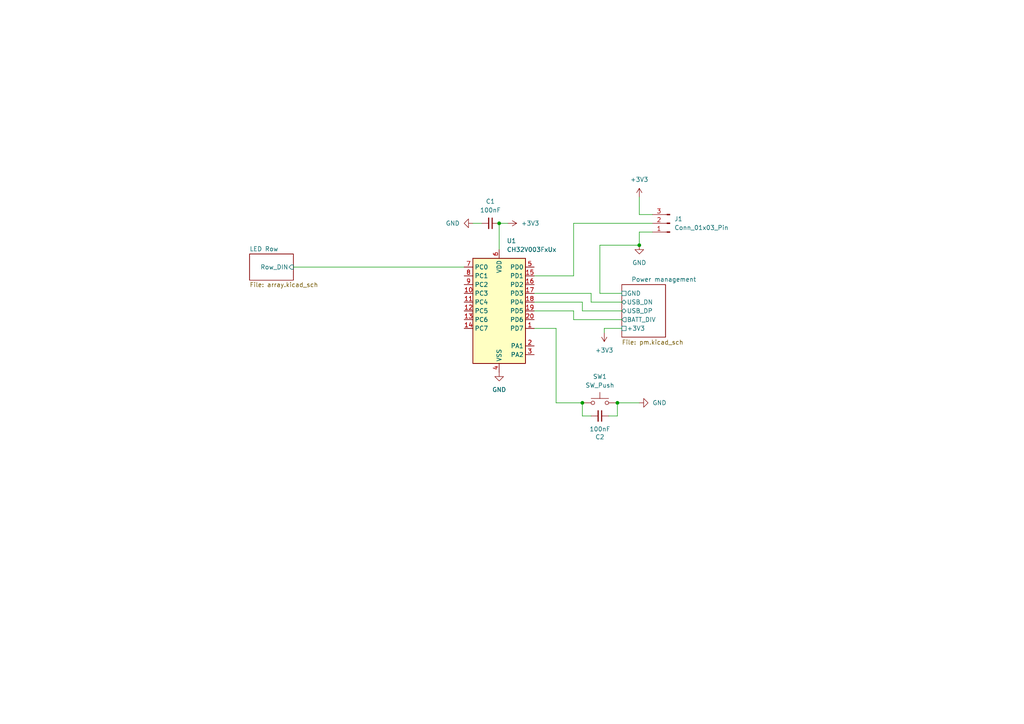
<source format=kicad_sch>
(kicad_sch (version 20231120) (generator "eeschema") (generator_version "8.0")
  (paper "A4")
  (lib_symbols
    (symbol "Connector:Conn_01x03_Pin" (pin_names (offset 1.016) hide)
      (property "Reference" "J" (at 0 5.08 0))
      (property "Value" "Conn_01x03_Pin" (at 0 -5.08 0))
      (symbol "Conn_01x03_Pin_1_1"
        (polyline (pts (xy 1.27 -2.54) (xy 0.8636 -2.54)) (stroke (width 0.1524)))
        (polyline (pts (xy 1.27 0) (xy 0.8636 0)) (stroke (width 0.1524)))
        (polyline (pts (xy 1.27 2.54) (xy 0.8636 2.54)) (stroke (width 0.1524)))
        (rectangle (start 0.8636 -2.413) (end 0 -2.667) (stroke (width 0.1524)) (fill (type outline)))
        (rectangle (start 0.8636 0.127) (end 0 -0.127) (stroke (width 0.1524)) (fill (type outline)))
        (rectangle (start 0.8636 2.667) (end 0 2.413) (stroke (width 0.1524)) (fill (type outline)))
        (pin passive line (at 5.08 2.54 180) (length 3.81) (name "Pin_1") (number "1"))
        (pin passive line (at 5.08 0 180) (length 3.81) (name "Pin_2") (number "2"))
        (pin passive line (at 5.08 -2.54 180) (length 3.81) (name "Pin_3") (number "3"))
      )
    )
    (symbol "Device:C_Small" (pin_numbers hide) (pin_names (offset 0.254) hide)
      (property "Reference" "C" (at 0.254 1.778 0))
      (property "Value" "C_Small" (at 0.254 -2.032 0))
      (symbol "C_Small_0_1"
        (polyline (pts (xy -1.524 -0.508) (xy 1.524 -0.508)) (stroke (width 0.3302)))
        (polyline (pts (xy -1.524 0.508) (xy 1.524 0.508)) (stroke (width 0.3048)))
      )
      (symbol "C_Small_1_1"
        (pin passive line (at 0 2.54 270) (length 2.032) (name "~") (number "1"))
        (pin passive line (at 0 -2.54 90) (length 2.032) (name "~") (number "2"))
      )
    )
    (symbol "MCU_WCH_CH32V0:CH32V003FxUx"
      (property "Reference" "U" (at -7.62 17.78 0))
      (property "Value" "CH32V003FxUx" (at 7.62 17.78 0))
      (symbol "CH32V003FxUx_1_1"
        (rectangle (start -7.62 15.24) (end 7.62 -15.24) (stroke (width 0.254)) (fill (type background)))
        (pin bidirectional line (at 10.16 -5.08 180) (length 2.54) (name "PD7") (number "1"))
        (pin bidirectional line (at -10.16 5.08 0) (length 2.54) (name "PC3") (number "10"))
        (pin bidirectional line (at -10.16 2.54 0) (length 2.54) (name "PC4") (number "11"))
        (pin bidirectional line (at -10.16 0 0) (length 2.54) (name "PC5") (number "12"))
        (pin bidirectional line (at -10.16 -2.54 0) (length 2.54) (name "PC6") (number "13"))
        (pin bidirectional line (at -10.16 -5.08 0) (length 2.54) (name "PC7") (number "14"))
        (pin bidirectional line (at 10.16 10.16 180) (length 2.54) (name "PD1") (number "15"))
        (pin bidirectional line (at 10.16 7.62 180) (length 2.54) (name "PD2") (number "16"))
        (pin bidirectional line (at 10.16 5.08 180) (length 2.54) (name "PD3") (number "17"))
        (pin bidirectional line (at 10.16 2.54 180) (length 2.54) (name "PD4") (number "18"))
        (pin bidirectional line (at 10.16 0 180) (length 2.54) (name "PD5") (number "19"))
        (pin bidirectional line (at 10.16 -10.16 180) (length 2.54) (name "PA1") (number "2"))
        (pin bidirectional line (at 10.16 -2.54 180) (length 2.54) (name "PD6") (number "20"))
        (pin passive line (at 0 -17.78 90) (length 2.54) hide (name "VSS") (number "21"))
        (pin bidirectional line (at 10.16 -12.7 180) (length 2.54) (name "PA2") (number "3"))
        (pin power_in line (at 0 -17.78 90) (length 2.54) (name "VSS") (number "4"))
        (pin bidirectional line (at 10.16 12.7 180) (length 2.54) (name "PD0") (number "5"))
        (pin power_in line (at 0 17.78 270) (length 2.54) (name "VDD") (number "6"))
        (pin bidirectional line (at -10.16 12.7 0) (length 2.54) (name "PC0") (number "7"))
        (pin bidirectional line (at -10.16 10.16 0) (length 2.54) (name "PC1") (number "8"))
        (pin bidirectional line (at -10.16 7.62 0) (length 2.54) (name "PC2") (number "9"))
      )
    )
    (symbol "Switch:SW_Push" (pin_numbers hide) (pin_names (offset 1.016) hide)
      (property "Reference" "SW" (at 1.27 2.54 0))
      (property "Value" "SW_Push" (at 0 -1.524 0))
      (symbol "SW_Push_0_1"
        (circle (center -2.032 0) (radius 0.508))
        (polyline (pts (xy 0 1.27) (xy 0 3.048)))
        (polyline (pts (xy 2.54 1.27) (xy -2.54 1.27)))
        (circle (center 2.032 0) (radius 0.508))
        (pin passive line (at -5.08 0 0) (length 2.54) (name "1") (number "1"))
        (pin passive line (at 5.08 0 180) (length 2.54) (name "2") (number "2"))
      )
    )
    (symbol "power:+3V3" (power) (pin_numbers hide) (pin_names (offset 0) hide)
      (property "Value" "+3V3" (at 0 3.556 0))
      (symbol "+3V3_0_1"
        (polyline (pts (xy -0.762 1.27) (xy 0 2.54)))
        (polyline (pts (xy 0 0) (xy 0 2.54)))
        (polyline (pts (xy 0 2.54) (xy 0.762 1.27)))
      )
      (symbol "+3V3_1_1"
        (pin power_in line (at 0 0 90) (length 0) (name "~") (number "1"))
      )
    )
    (symbol "power:GND" (power) (pin_numbers hide) (pin_names (offset 0) hide)
      (property "Value" "GND" (at 0 -3.81 0))
      (symbol "GND_0_1"
        (polyline (pts (xy 0 0) (xy 0 -1.27) (xy 1.27 -1.27) (xy 0 -2.54) (xy -1.27 -1.27) (xy 0 -1.27)))
      )
      (symbol "GND_1_1"
        (pin power_in line (at 0 0 270) (length 0) (name "~") (number "1"))
      )
    )
  )
  (junction (at 179.07 116.84))
  (junction (at 185.42 71.12))
  (junction (at 168.91 116.84))
  (junction (at 144.78 64.77))
  (wire (pts (xy 168.91 87.63) (xy 154.94 87.63)))
  (wire (pts (xy 166.37 90.17) (xy 154.94 90.17)))
  (wire (pts (xy 85.09 77.47) (xy 134.62 77.47)))
  (wire (pts (xy 175.26 95.25) (xy 180.34 95.25)))
  (wire (pts (xy 180.34 85.09) (xy 173.99 85.09)))
  (wire (pts (xy 179.07 116.84) (xy 185.42 116.84)))
  (wire (pts (xy 185.42 71.12) (xy 185.42 67.31)))
  (wire (pts (xy 171.45 87.63) (xy 171.45 85.09)))
  (wire (pts (xy 171.45 85.09) (xy 154.94 85.09)))
  (wire (pts (xy 189.23 62.23) (xy 185.42 62.23)))
  (wire (pts (xy 179.07 120.65) (xy 179.07 116.84)))
  (wire (pts (xy 144.78 64.77) (xy 147.32 64.77)))
  (wire (pts (xy 185.42 62.23) (xy 185.42 57.15)))
  (wire (pts (xy 137.16 64.77) (xy 139.7 64.77)))
  (wire (pts (xy 168.91 90.17) (xy 168.91 87.63)))
  (wire (pts (xy 180.34 90.17) (xy 168.91 90.17)))
  (wire (pts (xy 161.29 116.84) (xy 161.29 95.25)))
  (wire (pts (xy 171.45 120.65) (xy 168.91 120.65)))
  (wire (pts (xy 168.91 116.84) (xy 161.29 116.84)))
  (wire (pts (xy 161.29 95.25) (xy 154.94 95.25)))
  (wire (pts (xy 166.37 64.77) (xy 166.37 80.01)))
  (wire (pts (xy 185.42 67.31) (xy 189.23 67.31)))
  (wire (pts (xy 166.37 92.71) (xy 166.37 90.17)))
  (wire (pts (xy 166.37 80.01) (xy 154.94 80.01)))
  (wire (pts (xy 175.26 96.52) (xy 175.26 95.25)))
  (wire (pts (xy 166.37 64.77) (xy 189.23 64.77)))
  (wire (pts (xy 180.34 92.71) (xy 166.37 92.71)))
  (wire (pts (xy 168.91 120.65) (xy 168.91 116.84)))
  (wire (pts (xy 173.99 71.12) (xy 185.42 71.12)))
  (wire (pts (xy 173.99 85.09) (xy 173.99 71.12)))
  (wire (pts (xy 144.78 64.77) (xy 144.78 72.39)))
  (wire (pts (xy 176.53 120.65) (xy 179.07 120.65)))
  (wire (pts (xy 180.34 87.63) (xy 171.45 87.63)))
  (symbol (lib_id "power:+3V3") (at 185.42 57.15 0) (unit 1)
    (property "Reference" "#PWR05" (effects (hide yes)))
    (property "Value" "+3V3" (at 185.42 52.07 0))
    (property "Description" "Power symbol creates a global label with name \"+3V3\"" (effects (hide yes)))
  )
  (symbol (lib_id "power:GND") (at 185.42 71.12 0) (unit 1)
    (property "Reference" "#PWR06" (effects (hide yes)))
    (property "Value" "GND" (at 185.42 76.2 0))
    (property "Description" "Power symbol creates a global label with name \"GND\" , ground" (effects (hide yes)))
  )
  (symbol (lib_id "power:GND") (at 144.78 107.95 0) (unit 1)
    (property "Reference" "#PWR02" (effects (hide yes)))
    (property "Value" "GND" (at 144.78 113.03 0))
    (property "Description" "Power symbol creates a global label with name \"GND\" , ground" (effects (hide yes)))
  )
  (symbol (lib_id "power:GND") (at 185.42 116.84 90) (unit 1)
    (property "Reference" "#PWR07" (effects (hide yes)))
    (property "Value" "GND" (at 189.23 116.8399 90) (effects (justify right)))
    (property "Description" "Power symbol creates a global label with name \"GND\" , ground" (effects (hide yes)))
  )
  (symbol (lib_id "Device:C_Small") (at 142.24 64.77 270) (unit 1)
    (property "Reference" "C1" (at 142.2336 58.42 90))
    (property "Value" "100nF" (at 142.2336 60.96 90))
    (property "Footprint" "Capacitor_SMD:C_0402_1005Metric" (effects (hide yes)))
    (property "Description" "Unpolarized capacitor, small symbol" (effects (hide yes)))
  )
  (symbol (lib_id "MCU_WCH_CH32V0:CH32V003FxUx") (at 144.78 90.17 0) (unit 1)
    (property "Reference" "U1" (at 146.9741 69.85 0) (effects (justify left)))
    (property "Value" "CH32V003FxUx" (at 146.9741 72.39 0) (effects (justify left)))
    (property "Footprint" "Package_DFN_QFN:QFN-20-1EP_3x3mm_P0.4mm_EP1.65x1.65mm_ThermalVias" (effects (hide yes)))
    (property "Datasheet" "https://www.wch-ic.com/products/CH32V003.html" (effects (hide yes)))
    (property "Description" "CH32V003 series are industrial-grade general-purpose microcontrollers designed based on 32-bit RISC-V instruction set and architecture. It adopts QingKe V2A core, RV32EC instruction set, and supports 2 levels of interrupt nesting. The series are mounted with rich peripheral interfaces and function modules. Its internal organizational structure meets the low-cost and low-power embedded application scenarios." (effects (hide yes)))
  )
  (symbol (lib_id "power:GND") (at 137.16 64.77 270) (unit 1)
    (property "Reference" "#PWR01" (effects (hide yes)))
    (property "Value" "GND" (at 133.35 64.7699 90) (effects (justify right)))
    (property "Description" "Power symbol creates a global label with name \"GND\" , ground" (effects (hide yes)))
  )
  (symbol (lib_id "Device:C_Small") (at 173.99 120.65 270) (unit 1)
    (property "Reference" "C2" (at 173.99 126.746 90))
    (property "Value" "100nF" (at 173.99 124.46 90))
    (property "Footprint" "Capacitor_SMD:C_0402_1005Metric" (effects (hide yes)))
    (property "Description" "Unpolarized capacitor, small symbol" (effects (hide yes)))
  )
  (symbol (lib_id "Switch:SW_Push") (at 173.99 116.84 0) (unit 1)
    (property "Reference" "SW1" (at 173.99 109.22 0))
    (property "Value" "SW_Push" (at 173.99 111.76 0))
    (property "Footprint" "Button_Switch_SMD:SW_SPST_B3U-1000P-B" (effects (hide yes)))
    (property "Description" "Push button switch, generic, two pins" (effects (hide yes)))
  )
  (symbol (lib_id "power:+3V3") (at 147.32 64.77 270) (unit 1)
    (property "Reference" "#PWR03" (effects (hide yes)))
    (property "Value" "+3V3" (at 151.13 64.7699 90) (effects (justify left)))
    (property "Description" "Power symbol creates a global label with name \"+3V3\"" (effects (hide yes)))
  )
  (symbol (lib_id "Connector:Conn_01x03_Pin") (at 194.31 64.77 180) (unit 1)
    (property "Reference" "J1" (at 195.58 63.4999 0) (effects (justify right)))
    (property "Value" "Conn_01x03_Pin" (at 195.58 66.0399 0) (effects (justify right)))
    (property "Footprint" "sponka:pogo_pins" (effects (hide yes)))
    (property "Description" "Generic connector, single row, 01x03, script generated" (effects (hide yes)))
  )
  (symbol (lib_id "power:+3V3") (at 175.26 96.52 180) (unit 1)
    (property "Reference" "#PWR04" (effects (hide yes)))
    (property "Value" "+3V3" (at 175.26 101.6 0))
    (property "Description" "Power symbol creates a global label with name \"+3V3\"" (effects (hide yes)))
  )
  (sheet (at 72.39 73.66) (size 12.7 7.62) (stroke (width 0.1524))
    (property "Sheetname" "LED Row" (at 72.39 72.9484 0) (effects (justify left bottom)))
    (property "Sheetfile" "array.kicad_sch" (at 72.39 81.8646 0) (effects (justify left top)))
    (pin "Row_DIN" input (at 85.09 77.47 0))
  )
  (sheet (at 180.34 82.55) (size 12.7 15.24) (stroke (width 0.1524))
    (property "Sheetname" "Power management" (at 183.134 81.788 0) (effects (justify left bottom)))
    (property "Sheetfile" "pm.kicad_sch" (at 180.34 98.552 0) (effects (justify left top)))
    (pin "USB_DN" bidirectional (at 180.34 87.63 180))
    (pin "USB_DP" bidirectional (at 180.34 90.17 180))
    (pin "GND" passive (at 180.34 85.09 180))
    (pin "+3V3" passive (at 180.34 95.25 180))
    (pin "BATT_DIV" output (at 180.34 92.71 180))
  )
)
</source>
